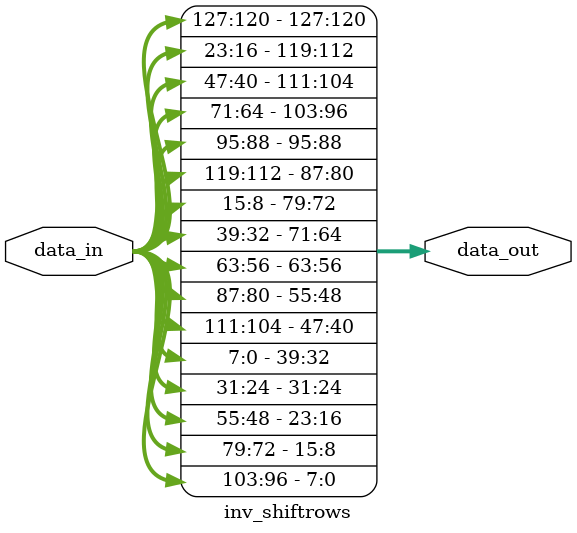
<source format=v>
`timescale 1ns / 1ps


module inv_shiftrows(
    input wire [127:0] data_in,
    output wire [127:0] data_out
    );

assign data_out[127:120] = data_in[127:120];
assign data_out[119:112] = data_in[23:16];
assign data_out[111:104] = data_in[47:40];
assign data_out[103:96] = data_in[71:64];
	 
assign data_out[95:88] = data_in[95:88];
assign data_out[87:80] = data_in[119:112];
assign data_out[79:72] = data_in[15:8];
assign data_out[71:64] = data_in[39:32];
	 
assign data_out[63:56] = data_in[63:56];
assign data_out[55:48] = data_in[87:80];
assign data_out[47:40] = data_in[111:104];
assign data_out[39:32] = data_in[7:0];
	 
assign data_out[31:24] = data_in[31:24];
assign data_out[23:16] = data_in[55:48];
assign data_out[15:8] =  data_in[79:72];
assign data_out[7:0] = data_in[103:96];

endmodule

</source>
